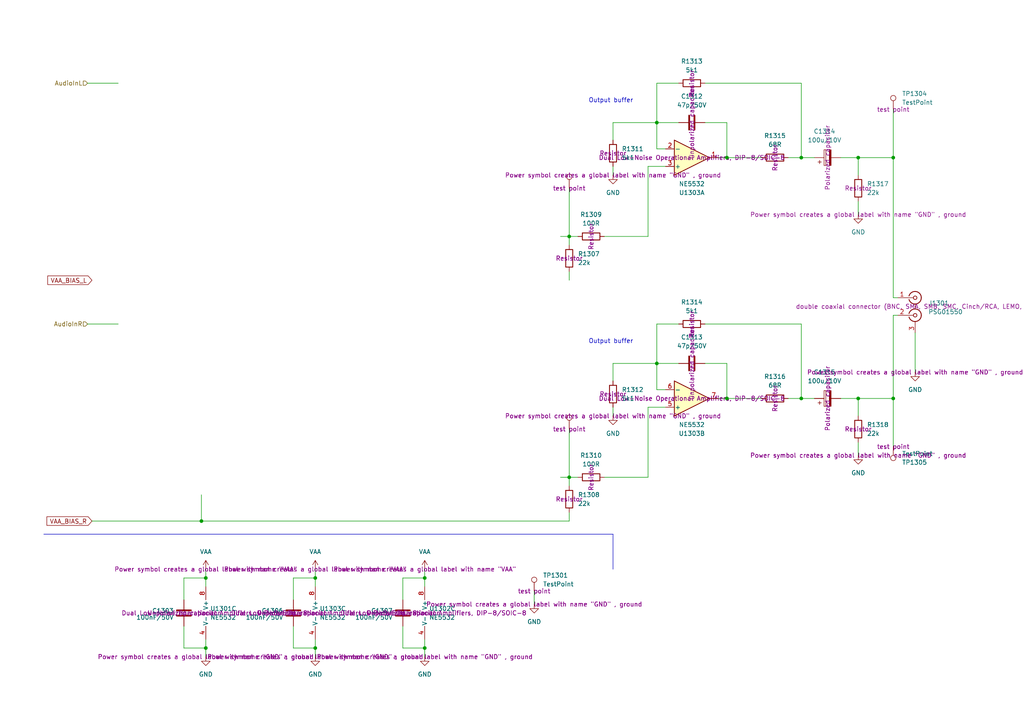
<source format=kicad_sch>
(kicad_sch (version 20250114) (generator "eeschema") (generator_version "9.0")
  (paper "A4")
  (lib_symbols
    (symbol "Amplifier_Operational:NE5532" (pin_names (offset 0.127))
      (property "Reference" "U" (at 0 5.08 0))
      (property "Value" "NE5532" (at 0 -5.08 0))
      (symbol "NE5532_1_1"
        (polyline (pts (xy -5.08 5.08) (xy 5.08 0) (xy -5.08 -5.08) (xy -5.08 5.08)) (stroke (width 0.254)) (fill (type background)))
        (pin input line (at -7.62 2.54 0) (length 2.54) (name "+") (number "3"))
        (pin input line (at -7.62 -2.54 0) (length 2.54) (name "-") (number "2"))
        (pin output line (at 7.62 0 180) (length 2.54) (name "~") (number "1"))
      )
      (symbol "NE5532_2_1"
        (polyline (pts (xy -5.08 5.08) (xy 5.08 0) (xy -5.08 -5.08) (xy -5.08 5.08)) (stroke (width 0.254)) (fill (type background)))
        (pin input line (at -7.62 2.54 0) (length 2.54) (name "+") (number "5"))
        (pin input line (at -7.62 -2.54 0) (length 2.54) (name "-") (number "6"))
        (pin output line (at 7.62 0 180) (length 2.54) (name "~") (number "7"))
      )
      (symbol "NE5532_3_1"
        (pin power_in line (at -2.54 7.62 270) (length 3.81) (name "V+") (number "8"))
        (pin power_in line (at -2.54 -7.62 90) (length 3.81) (name "V-") (number "4"))
      )
    )
    (symbol "Connector:Conn_Coaxial_x2" (pin_names (offset 1.016) (hide yes))
      (property "Reference" "J" (at 0 5.715 0))
      (property "Value" "Conn_Coaxial_x2" (at 2.921 0 90))
      (symbol "Conn_Coaxial_x2_0_1"
        (polyline (pts (xy -2.54 2.54) (xy -0.508 2.54)))
        (polyline (pts (xy -2.54 -2.54) (xy -0.508 -2.54)))
        (arc (start 1.778 2.54) (mid 0.222 0.7321) (end -1.778 2.032) (stroke (width 0.254)))
        (arc (start 1.778 -2.54) (mid 0.222 -4.3479) (end -1.778 -3.048) (stroke (width 0.254)))
        (arc (start -1.778 3.048) (mid 0.2221 4.3484) (end 1.778 2.54) (stroke (width 0.254)))
        (arc (start -1.778 -2.032) (mid 0.2221 -0.7316) (end 1.778 -2.54) (stroke (width 0.254)))
        (circle (center 0 2.54) (radius 0.508) (stroke (width 0.2032)))
        (polyline (pts (xy 0 0.762) (xy 0 -0.635)))
        (circle (center 0 -2.54) (radius 0.508) (stroke (width 0.2032)))
        (polyline (pts (xy 0 -5.08) (xy 0 -4.318)))
      )
      (symbol "Conn_Coaxial_x2_1_1"
        (pin passive line (at -5.08 2.54 0) (length 2.54) (name "IN1") (number "1"))
        (pin passive line (at -5.08 -2.54 0) (length 2.54) (name "IN2") (number "2"))
        (pin passive line (at 0 -7.62 90) (length 2.54) (name "EXT") (number "3"))
      )
    )
    (symbol "Connector:TestPoint" (pin_numbers (hide yes)) (pin_names (offset 0.762) (hide yes))
      (property "Reference" "TP" (at 0 6.858 0))
      (property "Value" "TestPoint" (at 0 5.08 0))
      (symbol "TestPoint_0_1"
        (circle (center 0 3.302) (radius 0.762))
      )
      (symbol "TestPoint_1_1"
        (pin passive line (at 0 0 90) (length 2.54) (name "1") (number "1"))
      )
    )
    (symbol "Device:C" (pin_numbers (hide yes)) (pin_names (offset 0.254))
      (property "Reference" "C" (at 0.635 2.54 0))
      (property "Value" "C" (at 0.635 -2.54 0))
      (symbol "C_0_1"
        (polyline (pts (xy -2.032 0.762) (xy 2.032 0.762)) (stroke (width 0.508)))
        (polyline (pts (xy -2.032 -0.762) (xy 2.032 -0.762)) (stroke (width 0.508)))
      )
      (symbol "C_1_1"
        (pin passive line (at 0 3.81 270) (length 2.794) (name "~") (number "1"))
        (pin passive line (at 0 -3.81 90) (length 2.794) (name "~") (number "2"))
      )
    )
    (symbol "Device:C_Polarized" (pin_numbers (hide yes)) (pin_names (offset 0.254))
      (property "Reference" "C" (at 0.635 2.54 0))
      (property "Value" "C_Polarized" (at 0.635 -2.54 0))
      (symbol "C_Polarized_0_1"
        (rectangle (start -2.286 0.508) (end 2.286 1.016))
        (polyline (pts (xy -1.778 2.286) (xy -0.762 2.286)))
        (polyline (pts (xy -1.27 2.794) (xy -1.27 1.778)))
        (rectangle (start 2.286 -0.508) (end -2.286 -1.016) (fill (type outline)))
      )
      (symbol "C_Polarized_1_1"
        (pin passive line (at 0 3.81 270) (length 2.794) (name "~") (number "1"))
        (pin passive line (at 0 -3.81 90) (length 2.794) (name "~") (number "2"))
      )
    )
    (symbol "Device:R" (pin_numbers (hide yes)) (pin_names (offset 0))
      (property "Reference" "R" (at 2.032 0 90))
      (property "Value" "R" (at 0 0 90))
      (symbol "R_0_1"
        (rectangle (start -1.016 -2.54) (end 1.016 2.54) (stroke (width 0.254)))
      )
      (symbol "R_1_1"
        (pin passive line (at 0 3.81 270) (length 1.27) (name "~") (number "1"))
        (pin passive line (at 0 -3.81 90) (length 1.27) (name "~") (number "2"))
      )
    )
    (symbol "power:GND" (power) (pin_numbers (hide yes)) (pin_names (offset 0) (hide yes))
      (property "Value" "GND" (at 0 -3.81 0))
      (symbol "GND_0_1"
        (polyline (pts (xy 0 0) (xy 0 -1.27) (xy 1.27 -1.27) (xy 0 -2.54) (xy -1.27 -1.27) (xy 0 -1.27)))
      )
      (symbol "GND_1_1"
        (pin power_in line (at 0 0 270) (length 0) (name "~") (number "1"))
      )
    )
    (symbol "power:VAA" (power) (pin_numbers (hide yes)) (pin_names (offset 0) (hide yes))
      (property "Value" "VAA" (at 0 3.556 0))
      (symbol "VAA_0_1"
        (polyline (pts (xy -0.762 1.27) (xy 0 2.54)))
        (polyline (pts (xy 0 2.54) (xy 0.762 1.27)))
        (polyline (pts (xy 0 0) (xy 0 2.54)))
      )
      (symbol "VAA_1_1"
        (pin power_in line (at 0 0 90) (length 0) (name "~") (number "1"))
      )
    )
  )
  (text "Output buffer" (at 170.688 99.822 0) (effects (font (size 1.27 1.27)) (justify left bottom)))
  (text "Output buffer" (at 170.688 29.972 0) (effects (font (size 1.27 1.27)) (justify left bottom)))
  (junction (at 248.92 115.57))
  (junction (at 123.19 187.96))
  (junction (at 165.1 68.58))
  (junction (at 232.41 115.57))
  (junction (at 248.92 45.72))
  (junction (at 123.19 167.64))
  (junction (at 210.82 45.72))
  (junction (at 190.5 105.41))
  (junction (at 190.5 35.56))
  (junction (at 259.08 115.57))
  (junction (at 58.42 151.13))
  (junction (at 59.69 187.96))
  (junction (at 91.44 187.96))
  (junction (at 165.1 138.43))
  (junction (at 259.08 45.72))
  (junction (at 210.82 115.57))
  (junction (at 91.44 167.64))
  (junction (at 59.69 167.64))
  (junction (at 232.41 45.72))
  (wire (pts (xy 190.5 35.56) (xy 190.5 24.13)))
  (wire (pts (xy 259.08 129.54) (xy 259.08 115.57)))
  (wire (pts (xy 190.5 35.56) (xy 196.85 35.56)))
  (wire (pts (xy 85.09 173.99) (xy 85.09 167.64)))
  (wire (pts (xy 248.92 128.27) (xy 248.92 132.08)))
  (wire (pts (xy 58.42 151.13) (xy 165.1 151.13)))
  (wire (pts (xy 187.96 118.11) (xy 193.04 118.11)))
  (wire (pts (xy 116.84 187.96) (xy 116.84 181.61)))
  (wire (pts (xy 59.69 185.42) (xy 59.69 187.96)))
  (wire (pts (xy 25.4 24.13) (xy 34.29 24.13)))
  (wire (pts (xy 190.5 93.98) (xy 196.85 93.98)))
  (wire (pts (xy 190.5 105.41) (xy 190.5 113.03)))
  (wire (pts (xy 187.96 138.43) (xy 175.26 138.43)))
  (polyline (pts (xy 177.8 154.94) (xy 177.8 165.1)))
  (wire (pts (xy 187.96 68.58) (xy 175.26 68.58)))
  (wire (pts (xy 59.69 190.5) (xy 59.69 187.96)))
  (wire (pts (xy 248.92 115.57) (xy 259.08 115.57)))
  (wire (pts (xy 210.82 35.56) (xy 210.82 45.72)))
  (wire (pts (xy 85.09 187.96) (xy 85.09 181.61)))
  (wire (pts (xy 154.94 171.45) (xy 154.94 175.26)))
  (wire (pts (xy 177.8 105.41) (xy 177.8 110.49)))
  (wire (pts (xy 165.1 138.43) (xy 162.56 138.43)))
  (wire (pts (xy 260.35 91.44) (xy 259.08 91.44)))
  (wire (pts (xy 116.84 167.64) (xy 123.19 167.64)))
  (wire (pts (xy 123.19 167.64) (xy 123.19 170.18)))
  (wire (pts (xy 53.34 173.99) (xy 53.34 167.64)))
  (wire (pts (xy 165.1 151.13) (xy 165.1 148.59)))
  (wire (pts (xy 26.67 151.13) (xy 58.42 151.13)))
  (wire (pts (xy 91.44 185.42) (xy 91.44 187.96)))
  (wire (pts (xy 190.5 105.41) (xy 190.5 93.98)))
  (wire (pts (xy 259.08 31.75) (xy 259.08 45.72)))
  (wire (pts (xy 210.82 115.57) (xy 208.28 115.57)))
  (wire (pts (xy 204.47 24.13) (xy 232.41 24.13)))
  (wire (pts (xy 204.47 105.41) (xy 210.82 105.41)))
  (wire (pts (xy 232.41 45.72) (xy 236.22 45.72)))
  (wire (pts (xy 91.44 165.1) (xy 91.44 167.64)))
  (wire (pts (xy 265.43 96.52) (xy 265.43 107.95)))
  (wire (pts (xy 190.5 35.56) (xy 190.5 43.18)))
  (wire (pts (xy 123.19 185.42) (xy 123.19 187.96)))
  (wire (pts (xy 165.1 81.28) (xy 165.1 78.74)))
  (polyline (pts (xy 12.7 154.94) (xy 177.8 154.94)))
  (wire (pts (xy 190.5 43.18) (xy 193.04 43.18)))
  (wire (pts (xy 58.42 143.51) (xy 58.42 151.13)))
  (wire (pts (xy 165.1 124.46) (xy 165.1 138.43)))
  (wire (pts (xy 187.96 48.26) (xy 193.04 48.26)))
  (wire (pts (xy 165.1 54.61) (xy 165.1 68.58)))
  (wire (pts (xy 123.19 187.96) (xy 116.84 187.96)))
  (wire (pts (xy 91.44 167.64) (xy 91.44 170.18)))
  (wire (pts (xy 91.44 190.5) (xy 91.44 187.96)))
  (wire (pts (xy 204.47 93.98) (xy 232.41 93.98)))
  (wire (pts (xy 177.8 118.11) (xy 177.8 120.65)))
  (wire (pts (xy 228.6 45.72) (xy 232.41 45.72)))
  (wire (pts (xy 59.69 187.96) (xy 53.34 187.96)))
  (wire (pts (xy 165.1 138.43) (xy 167.64 138.43)))
  (wire (pts (xy 177.8 48.26) (xy 177.8 50.8)))
  (wire (pts (xy 177.8 35.56) (xy 190.5 35.56)))
  (wire (pts (xy 232.41 115.57) (xy 236.22 115.57)))
  (wire (pts (xy 248.92 45.72) (xy 248.92 50.8)))
  (wire (pts (xy 25.4 93.98) (xy 34.29 93.98)))
  (wire (pts (xy 177.8 35.56) (xy 177.8 40.64)))
  (wire (pts (xy 190.5 113.03) (xy 193.04 113.03)))
  (wire (pts (xy 53.34 187.96) (xy 53.34 181.61)))
  (wire (pts (xy 165.1 68.58) (xy 162.56 68.58)))
  (wire (pts (xy 123.19 190.5) (xy 123.19 187.96)))
  (wire (pts (xy 210.82 45.72) (xy 220.98 45.72)))
  (wire (pts (xy 59.69 167.64) (xy 59.69 170.18)))
  (wire (pts (xy 187.96 48.26) (xy 187.96 68.58)))
  (wire (pts (xy 259.08 91.44) (xy 259.08 115.57)))
  (wire (pts (xy 243.84 115.57) (xy 248.92 115.57)))
  (wire (pts (xy 204.47 35.56) (xy 210.82 35.56)))
  (wire (pts (xy 232.41 93.98) (xy 232.41 115.57)))
  (wire (pts (xy 210.82 115.57) (xy 220.98 115.57)))
  (wire (pts (xy 187.96 118.11) (xy 187.96 138.43)))
  (wire (pts (xy 177.8 105.41) (xy 190.5 105.41)))
  (wire (pts (xy 243.84 45.72) (xy 248.92 45.72)))
  (wire (pts (xy 228.6 115.57) (xy 232.41 115.57)))
  (wire (pts (xy 165.1 140.97) (xy 165.1 138.43)))
  (wire (pts (xy 248.92 58.42) (xy 248.92 62.23)))
  (wire (pts (xy 53.34 167.64) (xy 59.69 167.64)))
  (wire (pts (xy 259.08 86.36) (xy 259.08 45.72)))
  (wire (pts (xy 210.82 45.72) (xy 208.28 45.72)))
  (wire (pts (xy 248.92 115.57) (xy 248.92 120.65)))
  (wire (pts (xy 91.44 187.96) (xy 85.09 187.96)))
  (wire (pts (xy 165.1 68.58) (xy 167.64 68.58)))
  (wire (pts (xy 165.1 71.12) (xy 165.1 68.58)))
  (wire (pts (xy 259.08 86.36) (xy 260.35 86.36)))
  (wire (pts (xy 210.82 105.41) (xy 210.82 115.57)))
  (wire (pts (xy 232.41 24.13) (xy 232.41 45.72)))
  (wire (pts (xy 116.84 173.99) (xy 116.84 167.64)))
  (wire (pts (xy 123.19 165.1) (xy 123.19 167.64)))
  (wire (pts (xy 85.09 167.64) (xy 91.44 167.64)))
  (wire (pts (xy 190.5 105.41) (xy 196.85 105.41)))
  (wire (pts (xy 59.69 165.1) (xy 59.69 167.64)))
  (wire (pts (xy 248.92 45.72) (xy 259.08 45.72)))
  (wire (pts (xy 190.5 24.13) (xy 196.85 24.13)))
  (global_label "VAA_BIAS_L" (shape input) (at 26.67 81.28 180) (property "Intersheetrefs" "${INTERSHEET_REFS}" (effects (hide yes))))
  (global_label "VAA_BIAS_R" (shape input) (at 26.67 151.13 180) (property "Intersheetrefs" "${INTERSHEET_REFS}" (effects (hide yes))))
  (hierarchical_label "AudioInR" (shape input) (at 25.4 93.98 180))
  (hierarchical_label "AudioInL" (shape input) (at 25.4 24.13 180))
  (symbol (lib_id "Connector:TestPoint") (at 259.08 129.54 0) (mirror x) (unit 1) (exclude_from_sim yes)
    (property "Reference" "TP705" (at 261.62 134.112 0) (effects (justify left)))
    (property "Value" "TestPoint" (at 261.62 131.572 0) (effects (justify left)))
    (property "Footprint" "TestPoint:TestPoint_Keystone_5005-5009_Compact" (effects (hide yes)))
    (property "Description" "test point" (at 259.08 129.54 0))
    (instances (project "Magna" (path "" (reference "TP1305") (unit 1))) (project "Audio_daughterboard" (path "" (reference "TP705") (unit 1))))
  )
  (symbol (lib_id "Device:R") (at 224.79 115.57 90) (unit 1)
    (property "Reference" "R716" (at 224.79 109.22 90))
    (property "Value" "68R" (at 224.79 111.76 90))
    (property "Footprint" "Resistor_SMD:R_0805_2012Metric_Pad1.20x1.40mm_HandSolder" (effects (hide yes)))
    (property "Description" "Resistor" (at 224.79 115.57 0))
    (property "LCSC" "C865616" (effects (hide yes)))
    (instances (project "Magna" (path "" (reference "R1316") (unit 1))) (project "Audio_daughterboard" (path "" (reference "R716") (unit 1))))
  )
  (symbol (lib_id "Amplifier_Operational:NE5532") (at 200.66 115.57 0) (mirror x) (unit 2)
    (property "Reference" "U703" (at 200.66 125.73 0))
    (property "Value" "NE5532" (at 200.66 123.19 0))
    (property "Footprint" "Package_SO:SOIC-8_3.9x4.9mm_P1.27mm" (effects (hide yes)))
    (property "Datasheet" "http://www.ti.com/lit/ds/symlink/ne5532.pdf" (effects (hide yes)))
    (property "Description" "Dual Low-Noise Operational Amplifiers, DIP-8/SOIC-8" (at 200.66 115.57 0))
    (property "LCSC" "C7426" (effects (hide yes)))
    (property "Sim.Device" "SUBCKT" (effects (hide yes)))
    (property "Sim.Library" "${KICAD7_SYMBOL_DIR}/Simulation_SPICE.sp" (effects (hide yes)))
    (property "Sim.Name" "kicad_builtin_opamp_dual" (effects (hide yes)))
    (property "Sim.Pins" "1=out1 2=in1- 3=in1+ 4=vee 5=in2+ 6=in2- 7=out2 8=vcc" (effects (hide yes)))
    (instances (project "Magna" (path "" (reference "U1303") (unit 2))) (project "Audio_daughterboard" (path "" (reference "U703") (unit 2))))
  )
  (symbol (lib_id "Device:R") (at 171.45 68.58 90) (unit 1)
    (property "Reference" "R709" (at 171.45 62.23 90))
    (property "Value" "100R" (at 171.45 64.77 90))
    (property "Footprint" "Resistor_SMD:R_0805_2012Metric_Pad1.20x1.40mm_HandSolder" (effects (hide yes)))
    (property "Description" "Resistor" (at 171.45 68.58 0))
    (property "LCSC" "C217766" (effects (hide yes)))
    (instances (project "Magna" (path "" (reference "R1309") (unit 1))) (project "Audio_daughterboard" (path "" (reference "R709") (unit 1))))
  )
  (symbol (lib_id "Device:C") (at 85.09 177.8 0) (mirror y) (unit 1)
    (property "Reference" "C706" (at 82.169 177.1563 0) (effects (justify left)))
    (property "Value" "100nF/50V" (at 82.169 179.0773 0) (effects (justify left)))
    (property "Footprint" "Capacitor_SMD:C_0805_2012Metric_Pad1.18x1.45mm_HandSolder" (effects (hide yes)))
    (property "Description" "Unpolarized capacitor" (at 85.09 177.8 0))
    (property "LCSC" "C49678" (effects (hide yes)))
    (instances (project "Magna" (path "" (reference "C1306") (unit 1))) (project "Audio_daughterboard" (path "" (reference "C706") (unit 1))))
  )
  (symbol (lib_id "power:VAA") (at 123.19 165.1 0) (unit 1)
    (property "Reference" "#PWR0705" (effects (hide yes)))
    (property "Value" "VAA" (at 123.19 160.02 0))
    (property "Description" "Power symbol creates a global label with name \"VAA\"" (at 123.19 165.1 0))
    (instances (project "Magna" (path "" (reference "#PWR01305") (unit 1))) (project "Audio_daughterboard" (path "" (reference "#PWR0705") (unit 1))))
  )
  (symbol (lib_id "Device:R") (at 171.45 138.43 90) (unit 1)
    (property "Reference" "R710" (at 171.45 132.08 90))
    (property "Value" "100R" (at 171.45 134.62 90))
    (property "Footprint" "Resistor_SMD:R_0805_2012Metric_Pad1.20x1.40mm_HandSolder" (effects (hide yes)))
    (property "Description" "Resistor" (at 171.45 138.43 0))
    (property "LCSC" "C217766" (effects (hide yes)))
    (instances (project "Magna" (path "" (reference "R1310") (unit 1))) (project "Audio_daughterboard" (path "" (reference "R710") (unit 1))))
  )
  (symbol (lib_id "power:GND") (at 248.92 132.08 0) (unit 1)
    (property "Reference" "#PWR0711" (effects (hide yes)))
    (property "Value" "GND" (at 248.92 137.16 0))
    (property "Description" "Power symbol creates a global label with name \"GND\" , ground" (at 248.92 132.08 0))
    (instances (project "Magna" (path "" (reference "#PWR01311") (unit 1))) (project "Audio_daughterboard" (path "" (reference "#PWR0711") (unit 1))))
  )
  (symbol (lib_id "Device:C_Polarized") (at 240.03 115.57 90) (unit 1)
    (property "Reference" "C715" (at 239.141 107.95 90))
    (property "Value" "100u/10V" (at 239.141 110.49 90))
    (property "Footprint" "Capacitor_SMD:CP_Elec_6.3x5.8" (effects (hide yes)))
    (property "Description" "Polarized capacitor" (at 240.03 115.57 0))
    (property "LCSC" "C2166157" (effects (hide yes)))
    (instances (project "Magna" (path "" (reference "C1315") (unit 1))) (project "Audio_daughterboard" (path "" (reference "C715") (unit 1))))
  )
  (symbol (lib_id "Connector:TestPoint") (at 154.94 171.45 0) (unit 1) (exclude_from_sim yes)
    (property "Reference" "TP701" (at 157.48 166.878 0) (effects (justify left)))
    (property "Value" "TestPoint" (at 157.48 169.418 0) (effects (justify left)))
    (property "Footprint" "TestPoint:TestPoint_Keystone_5005-5009_Compact" (effects (hide yes)))
    (property "Description" "test point" (at 154.94 171.45 0))
    (instances (project "Magna" (path "" (reference "TP1301") (unit 1))) (project "Audio_daughterboard" (path "" (reference "TP701") (unit 1))))
  )
  (symbol (lib_id "Amplifier_Operational:NE5532") (at 200.66 45.72 0) (mirror x) (unit 1)
    (property "Reference" "U703" (at 200.66 55.88 0))
    (property "Value" "NE5532" (at 200.66 53.34 0))
    (property "Footprint" "Package_SO:SOIC-8_3.9x4.9mm_P1.27mm" (effects (hide yes)))
    (property "Datasheet" "http://www.ti.com/lit/ds/symlink/ne5532.pdf" (effects (hide yes)))
    (property "Description" "Dual Low-Noise Operational Amplifiers, DIP-8/SOIC-8" (at 200.66 45.72 0))
    (property "LCSC" "C7426" (effects (hide yes)))
    (property "Sim.Device" "SUBCKT" (effects (hide yes)))
    (property "Sim.Library" "${KICAD7_SYMBOL_DIR}/Simulation_SPICE.sp" (effects (hide yes)))
    (property "Sim.Name" "kicad_builtin_opamp_dual" (effects (hide yes)))
    (property "Sim.Pins" "1=out1 2=in1- 3=in1+ 4=vee 5=in2+ 6=in2- 7=out2 8=vcc" (effects (hide yes)))
    (instances (project "Magna" (path "" (reference "U1303") (unit 1))) (project "Audio_daughterboard" (path "" (reference "U703") (unit 1))))
  )
  (symbol (lib_id "power:VAA") (at 91.44 165.1 0) (unit 1)
    (property "Reference" "#PWR0703" (effects (hide yes)))
    (property "Value" "VAA" (at 91.44 160.02 0))
    (property "Description" "Power symbol creates a global label with name \"VAA\"" (at 91.44 165.1 0))
    (instances (project "Magna" (path "" (reference "#PWR01303") (unit 1))) (project "Audio_daughterboard" (path "" (reference "#PWR0703") (unit 1))))
  )
  (symbol (lib_id "Connector:Conn_Coaxial_x2") (at 265.43 88.9 0) (unit 1) (exclude_from_sim yes)
    (property "Reference" "J701" (at 269.24 87.9232 0) (effects (justify left)))
    (property "Value" "PSG01550" (at 269.24 90.4632 0) (effects (justify left)))
    (property "Footprint" "Skrooter_footprints:psg01550" (effects (hide yes)))
    (property "Description" "double coaxial connector (BNC, SMA, SMB, SMC, Cinch/RCA, LEMO, ...)" (at 265.43 88.9 0))
    (instances (project "Magna" (path "" (reference "J1301") (unit 1))) (project "Audio_daughterboard" (path "" (reference "J701") (unit 1))))
  )
  (symbol (lib_id "power:GND") (at 123.19 190.5 0) (unit 1)
    (property "Reference" "#PWR0706" (effects (hide yes)))
    (property "Value" "GND" (at 123.19 195.58 0))
    (property "Description" "Power symbol creates a global label with name \"GND\" , ground" (at 123.19 190.5 0))
    (instances (project "Magna" (path "" (reference "#PWR01306") (unit 1))) (project "Audio_daughterboard" (path "" (reference "#PWR0706") (unit 1))))
  )
  (symbol (lib_id "Device:R") (at 177.8 44.45 180) (unit 1)
    (property "Reference" "R711" (at 180.34 43.18 0) (effects (justify right)))
    (property "Value" "5k1" (at 180.34 45.72 0) (effects (justify right)))
    (property "Footprint" "Resistor_SMD:R_0805_2012Metric_Pad1.20x1.40mm_HandSolder" (effects (hide yes)))
    (property "Description" "Resistor" (at 177.8 44.45 0))
    (property "LCSC" "C218638" (effects (hide yes)))
    (instances (project "Magna" (path "" (reference "R1311") (unit 1))) (project "Audio_daughterboard" (path "" (reference "R711") (unit 1))))
  )
  (symbol (lib_id "power:GND") (at 177.8 50.8 0) (unit 1)
    (property "Reference" "#PWR0708" (effects (hide yes)))
    (property "Value" "GND" (at 177.8 55.88 0))
    (property "Description" "Power symbol creates a global label with name \"GND\" , ground" (at 177.8 50.8 0))
    (instances (project "Magna" (path "" (reference "#PWR01308") (unit 1))) (project "Audio_daughterboard" (path "" (reference "#PWR0708") (unit 1))))
  )
  (symbol (lib_id "Device:R") (at 177.8 114.3 180) (unit 1)
    (property "Reference" "R712" (at 180.34 113.03 0) (effects (justify right)))
    (property "Value" "5k1" (at 180.34 115.57 0) (effects (justify right)))
    (property "Footprint" "Resistor_SMD:R_0805_2012Metric_Pad1.20x1.40mm_HandSolder" (effects (hide yes)))
    (property "Description" "Resistor" (at 177.8 114.3 0))
    (property "LCSC" "C218638" (effects (hide yes)))
    (instances (project "Magna" (path "" (reference "R1312") (unit 1))) (project "Audio_daughterboard" (path "" (reference "R712") (unit 1))))
  )
  (symbol (lib_id "power:GND") (at 91.44 190.5 0) (unit 1)
    (property "Reference" "#PWR0704" (effects (hide yes)))
    (property "Value" "GND" (at 91.44 195.58 0))
    (property "Description" "Power symbol creates a global label with name \"GND\" , ground" (at 91.44 190.5 0))
    (instances (project "Magna" (path "" (reference "#PWR01304") (unit 1))) (project "Audio_daughterboard" (path "" (reference "#PWR0704") (unit 1))))
  )
  (symbol (lib_id "power:GND") (at 177.8 120.65 0) (unit 1)
    (property "Reference" "#PWR0709" (effects (hide yes)))
    (property "Value" "GND" (at 177.8 125.73 0))
    (property "Description" "Power symbol creates a global label with name \"GND\" , ground" (at 177.8 120.65 0))
    (instances (project "Magna" (path "" (reference "#PWR01309") (unit 1))) (project "Audio_daughterboard" (path "" (reference "#PWR0709") (unit 1))))
  )
  (symbol (lib_id "power:GND") (at 154.94 175.26 0) (unit 1)
    (property "Reference" "#PWR0707" (effects (hide yes)))
    (property "Value" "GND" (at 154.94 180.34 0))
    (property "Description" "Power symbol creates a global label with name \"GND\" , ground" (at 154.94 175.26 0))
    (instances (project "Magna" (path "" (reference "#PWR01307") (unit 1))) (project "Audio_daughterboard" (path "" (reference "#PWR0707") (unit 1))))
  )
  (symbol (lib_id "Device:R") (at 165.1 74.93 0) (unit 1)
    (property "Reference" "R707" (at 167.64 73.66 0) (effects (justify left)))
    (property "Value" "22k" (at 167.64 76.2 0) (effects (justify left)))
    (property "Footprint" "Resistor_SMD:R_0805_2012Metric_Pad1.20x1.40mm_HandSolder" (effects (hide yes)))
    (property "Description" "Resistor" (at 165.1 74.93 0))
    (property "LCSC" "C479095" (effects (hide yes)))
    (instances (project "Magna" (path "" (reference "R1307") (unit 1))) (project "Audio_daughterboard" (path "" (reference "R707") (unit 1))))
  )
  (symbol (lib_id "Device:C_Polarized") (at 240.03 45.72 90) (unit 1)
    (property "Reference" "C714" (at 239.141 38.1 90))
    (property "Value" "100u/10V" (at 239.141 40.64 90))
    (property "Footprint" "Capacitor_SMD:CP_Elec_6.3x5.8" (effects (hide yes)))
    (property "Description" "Polarized capacitor" (at 240.03 45.72 0))
    (property "LCSC" "C2166157" (effects (hide yes)))
    (instances (project "Magna" (path "" (reference "C1314") (unit 1))) (project "Audio_daughterboard" (path "" (reference "C714") (unit 1))))
  )
  (symbol (lib_id "Device:R") (at 248.92 124.46 0) (unit 1)
    (property "Reference" "R718" (at 251.46 123.19 0) (effects (justify left)))
    (property "Value" "22k" (at 251.46 125.73 0) (effects (justify left)))
    (property "Footprint" "Resistor_SMD:R_0805_2012Metric_Pad1.20x1.40mm_HandSolder" (effects (hide yes)))
    (property "Description" "Resistor" (at 248.92 124.46 0))
    (property "LCSC" "C479095" (effects (hide yes)))
    (instances (project "Magna" (path "" (reference "R1318") (unit 1))) (project "Audio_daughterboard" (path "" (reference "R718") (unit 1))))
  )
  (symbol (lib_id "Connector:TestPoint") (at 259.08 31.75 0) (unit 1) (exclude_from_sim yes)
    (property "Reference" "TP704" (at 261.62 27.178 0) (effects (justify left)))
    (property "Value" "TestPoint" (at 261.62 29.718 0) (effects (justify left)))
    (property "Footprint" "TestPoint:TestPoint_Keystone_5005-5009_Compact" (effects (hide yes)))
    (property "Description" "test point" (at 259.08 31.75 0))
    (instances (project "Magna" (path "" (reference "TP1304") (unit 1))) (project "Audio_daughterboard" (path "" (reference "TP704") (unit 1))))
  )
  (symbol (lib_id "Device:R") (at 200.66 24.13 90) (unit 1)
    (property "Reference" "R713" (at 200.66 17.78 90))
    (property "Value" "5k1" (at 200.66 20.32 90))
    (property "Footprint" "Resistor_SMD:R_0805_2012Metric_Pad1.20x1.40mm_HandSolder" (effects (hide yes)))
    (property "Description" "Resistor" (at 200.66 24.13 0))
    (property "LCSC" "C218638" (effects (hide yes)))
    (instances (project "Magna" (path "" (reference "R1313") (unit 1))) (project "Audio_daughterboard" (path "" (reference "R713") (unit 1))))
  )
  (symbol (lib_id "Amplifier_Operational:NE5532") (at 62.23 177.8 0) (unit 3)
    (property "Reference" "U701" (at 60.96 176.53 0) (effects (justify left)))
    (property "Value" "NE5532" (at 60.96 179.07 0) (effects (justify left)))
    (property "Footprint" "Package_SO:SOIC-8_3.9x4.9mm_P1.27mm" (effects (hide yes)))
    (property "Datasheet" "http://www.ti.com/lit/ds/symlink/ne5532.pdf" (effects (hide yes)))
    (property "Description" "Dual Low-Noise Operational Amplifiers, DIP-8/SOIC-8" (at 62.23 177.8 0))
    (property "LCSC" "C7426" (effects (hide yes)))
    (property "Sim.Device" "SUBCKT" (effects (hide yes)))
    (property "Sim.Library" "${KICAD7_SYMBOL_DIR}/Simulation_SPICE.sp" (effects (hide yes)))
    (property "Sim.Name" "kicad_builtin_opamp_dual" (effects (hide yes)))
    (property "Sim.Pins" "1=out1 2=in1- 3=in1+ 4=vee 5=in2+ 6=in2- 7=out2 8=vcc" (effects (hide yes)))
    (instances (project "Magna" (path "" (reference "U1301") (unit 3))) (project "Audio_daughterboard" (path "" (reference "U701") (unit 3))))
  )
  (symbol (lib_id "power:GND") (at 265.43 107.95 0) (unit 1)
    (property "Reference" "#PWR0712" (effects (hide yes)))
    (property "Value" "GND" (at 265.43 113.03 0))
    (property "Description" "Power symbol creates a global label with name \"GND\" , ground" (at 265.43 107.95 0))
    (instances (project "Magna" (path "" (reference "#PWR01312") (unit 1))) (project "Audio_daughterboard" (path "" (reference "#PWR0712") (unit 1))))
  )
  (symbol (lib_id "Device:R") (at 248.92 54.61 0) (unit 1)
    (property "Reference" "R717" (at 251.46 53.34 0) (effects (justify left)))
    (property "Value" "22k" (at 251.46 55.88 0) (effects (justify left)))
    (property "Footprint" "Resistor_SMD:R_0805_2012Metric_Pad1.20x1.40mm_HandSolder" (effects (hide yes)))
    (property "Description" "Resistor" (at 248.92 54.61 0))
    (property "LCSC" "C479095" (effects (hide yes)))
    (instances (project "Magna" (path "" (reference "R1317") (unit 1))) (project "Audio_daughterboard" (path "" (reference "R717") (unit 1))))
  )
  (symbol (lib_id "Device:C") (at 200.66 35.56 90) (unit 1)
    (property "Reference" "C712" (at 200.66 27.94 90))
    (property "Value" "47p/50V" (at 200.66 30.48 90))
    (property "Footprint" "Capacitor_SMD:C_0805_2012Metric_Pad1.18x1.45mm_HandSolder" (effects (hide yes)))
    (property "Description" "Unpolarized capacitor" (at 200.66 35.56 0))
    (property "LCSC" "C14857" (effects (hide yes)))
    (instances (project "Magna" (path "" (reference "C1312") (unit 1))) (project "Audio_daughterboard" (path "" (reference "C712") (unit 1))))
  )
  (symbol (lib_id "Amplifier_Operational:NE5532") (at 125.73 177.8 0) (unit 3)
    (property "Reference" "U702" (at 124.46 176.53 0) (effects (justify left)))
    (property "Value" "NE5532" (at 124.46 179.07 0) (effects (justify left)))
    (property "Footprint" "Package_SO:SOIC-8_3.9x4.9mm_P1.27mm" (effects (hide yes)))
    (property "Datasheet" "http://www.ti.com/lit/ds/symlink/ne5532.pdf" (effects (hide yes)))
    (property "Description" "Dual Low-Noise Operational Amplifiers, DIP-8/SOIC-8" (at 125.73 177.8 0))
    (property "LCSC" "C7426" (effects (hide yes)))
    (property "Sim.Device" "SUBCKT" (effects (hide yes)))
    (property "Sim.Library" "${KICAD7_SYMBOL_DIR}/Simulation_SPICE.sp" (effects (hide yes)))
    (property "Sim.Name" "kicad_builtin_opamp_dual" (effects (hide yes)))
    (property "Sim.Pins" "1=out1 2=in1- 3=in1+ 4=vee 5=in2+ 6=in2- 7=out2 8=vcc" (effects (hide yes)))
    (instances (project "Magna" (path "" (reference "U1302") (unit 3))) (project "Audio_daughterboard" (path "" (reference "U702") (unit 3))))
  )
  (symbol (lib_id "Device:R") (at 200.66 93.98 90) (unit 1)
    (property "Reference" "R714" (at 200.66 87.63 90))
    (property "Value" "5k1" (at 200.66 90.17 90))
    (property "Footprint" "Resistor_SMD:R_0805_2012Metric_Pad1.20x1.40mm_HandSolder" (effects (hide yes)))
    (property "Description" "Resistor" (at 200.66 93.98 0))
    (property "LCSC" "C218638" (effects (hide yes)))
    (instances (project "Magna" (path "" (reference "R1314") (unit 1))) (project "Audio_daughterboard" (path "" (reference "R714") (unit 1))))
  )
  (symbol (lib_id "Amplifier_Operational:NE5532") (at 93.98 177.8 0) (unit 3)
    (property "Reference" "U703" (at 92.71 176.53 0) (effects (justify left)))
    (property "Value" "NE5532" (at 92.71 179.07 0) (effects (justify left)))
    (property "Footprint" "Package_SO:SOIC-8_3.9x4.9mm_P1.27mm" (effects (hide yes)))
    (property "Datasheet" "http://www.ti.com/lit/ds/symlink/ne5532.pdf" (effects (hide yes)))
    (property "Description" "Dual Low-Noise Operational Amplifiers, DIP-8/SOIC-8" (at 93.98 177.8 0))
    (property "LCSC" "C7426" (effects (hide yes)))
    (property "Sim.Device" "SUBCKT" (effects (hide yes)))
    (property "Sim.Library" "${KICAD7_SYMBOL_DIR}/Simulation_SPICE.sp" (effects (hide yes)))
    (property "Sim.Name" "kicad_builtin_opamp_dual" (effects (hide yes)))
    (property "Sim.Pins" "1=out1 2=in1- 3=in1+ 4=vee 5=in2+ 6=in2- 7=out2 8=vcc" (effects (hide yes)))
    (instances (project "Magna" (path "" (reference "U1303") (unit 3))) (project "Audio_daughterboard" (path "" (reference "U703") (unit 3))))
  )
  (symbol (lib_id "Device:C") (at 53.34 177.8 0) (mirror y) (unit 1)
    (property "Reference" "C703" (at 50.419 177.1563 0) (effects (justify left)))
    (property "Value" "100nF/50V" (at 50.419 179.0773 0) (effects (justify left)))
    (property "Footprint" "Capacitor_SMD:C_0805_2012Metric_Pad1.18x1.45mm_HandSolder" (effects (hide yes)))
    (property "Description" "Unpolarized capacitor" (at 53.34 177.8 0))
    (property "LCSC" "C49678" (effects (hide yes)))
    (instances (project "Magna" (path "" (reference "C1303") (unit 1))) (project "Audio_daughterboard" (path "" (reference "C703") (unit 1))))
  )
  (symbol (lib_id "Device:R") (at 224.79 45.72 90) (unit 1)
    (property "Reference" "R715" (at 224.79 39.37 90))
    (property "Value" "68R" (at 224.79 41.91 90))
    (property "Footprint" "Resistor_SMD:R_0805_2012Metric_Pad1.20x1.40mm_HandSolder" (effects (hide yes)))
    (property "Description" "Resistor" (at 224.79 45.72 0))
    (property "LCSC" "C865616" (effects (hide yes)))
    (instances (project "Magna" (path "" (reference "R1315") (unit 1))) (project "Audio_daughterboard" (path "" (reference "R715") (unit 1))))
  )
  (symbol (lib_id "Connector:TestPoint") (at 165.1 124.46 0) (mirror y) (unit 1) (exclude_from_sim yes)
    (property "Reference" "TP703" (effects (hide yes)))
    (property "Value" "TestPoint" (effects (hide yes)))
    (property "Footprint" "TestPoint:TestPoint_Keystone_5005-5009_Compact" (effects (hide yes)))
    (property "Description" "test point" (at 165.1 124.46 0))
    (instances (project "Magna" (path "" (reference "TP1303") (unit 1))) (project "Audio_daughterboard" (path "" (reference "TP703") (unit 1))))
  )
  (symbol (lib_id "power:GND") (at 248.92 62.23 0) (unit 1)
    (property "Reference" "#PWR0710" (effects (hide yes)))
    (property "Value" "GND" (at 248.92 67.31 0))
    (property "Description" "Power symbol creates a global label with name \"GND\" , ground" (at 248.92 62.23 0))
    (instances (project "Magna" (path "" (reference "#PWR01310") (unit 1))) (project "Audio_daughterboard" (path "" (reference "#PWR0710") (unit 1))))
  )
  (symbol (lib_id "power:VAA") (at 59.69 165.1 0) (unit 1)
    (property "Reference" "#PWR0701" (effects (hide yes)))
    (property "Value" "VAA" (at 59.69 160.02 0))
    (property "Description" "Power symbol creates a global label with name \"VAA\"" (at 59.69 165.1 0))
    (instances (project "Magna" (path "" (reference "#PWR01301") (unit 1))) (project "Audio_daughterboard" (path "" (reference "#PWR0701") (unit 1))))
  )
  (symbol (lib_id "power:GND") (at 59.69 190.5 0) (unit 1)
    (property "Reference" "#PWR0702" (effects (hide yes)))
    (property "Value" "GND" (at 59.69 195.58 0))
    (property "Description" "Power symbol creates a global label with name \"GND\" , ground" (at 59.69 190.5 0))
    (instances (project "Magna" (path "" (reference "#PWR01302") (unit 1))) (project "Audio_daughterboard" (path "" (reference "#PWR0702") (unit 1))))
  )
  (symbol (lib_id "Device:R") (at 165.1 144.78 0) (unit 1)
    (property "Reference" "R708" (at 167.64 143.51 0) (effects (justify left)))
    (property "Value" "22k" (at 167.64 146.05 0) (effects (justify left)))
    (property "Footprint" "Resistor_SMD:R_0805_2012Metric_Pad1.20x1.40mm_HandSolder" (effects (hide yes)))
    (property "Description" "Resistor" (at 165.1 144.78 0))
    (property "LCSC" "C479095" (effects (hide yes)))
    (instances (project "Magna" (path "" (reference "R1308") (unit 1))) (project "Audio_daughterboard" (path "" (reference "R708") (unit 1))))
  )
  (symbol (lib_id "Connector:TestPoint") (at 165.1 54.61 0) (mirror y) (unit 1) (exclude_from_sim yes)
    (property "Reference" "TP702" (effects (hide yes)))
    (property "Value" "TestPoint" (effects (hide yes)))
    (property "Footprint" "TestPoint:TestPoint_Keystone_5005-5009_Compact" (effects (hide yes)))
    (property "Description" "test point" (at 165.1 54.61 0))
    (instances (project "Magna" (path "" (reference "TP1302") (unit 1))) (project "Audio_daughterboard" (path "" (reference "TP702") (unit 1))))
  )
  (symbol (lib_id "Device:C") (at 116.84 177.8 0) (mirror y) (unit 1)
    (property "Reference" "C707" (at 113.919 177.1563 0) (effects (justify left)))
    (property "Value" "100nF/50V" (at 113.919 179.0773 0) (effects (justify left)))
    (property "Footprint" "Capacitor_SMD:C_0805_2012Metric_Pad1.18x1.45mm_HandSolder" (effects (hide yes)))
    (property "Description" "Unpolarized capacitor" (at 116.84 177.8 0))
    (property "LCSC" "C49678" (effects (hide yes)))
    (instances (project "Magna" (path "" (reference "C1307") (unit 1))) (project "Audio_daughterboard" (path "" (reference "C707") (unit 1))))
  )
  (symbol (lib_id "Device:C") (at 200.66 105.41 90) (unit 1)
    (property "Reference" "C713" (at 200.66 97.79 90))
    (property "Value" "47p/50V" (at 200.66 100.33 90))
    (property "Footprint" "Capacitor_SMD:C_0805_2012Metric_Pad1.18x1.45mm_HandSolder" (effects (hide yes)))
    (property "Description" "Unpolarized capacitor" (at 200.66 105.41 0))
    (property "LCSC" "C14857" (effects (hide yes)))
    (instances (project "Magna" (path "" (reference "C1313") (unit 1))) (project "Audio_daughterboard" (path "" (reference "C713") (unit 1))))
  )
)
</source>
